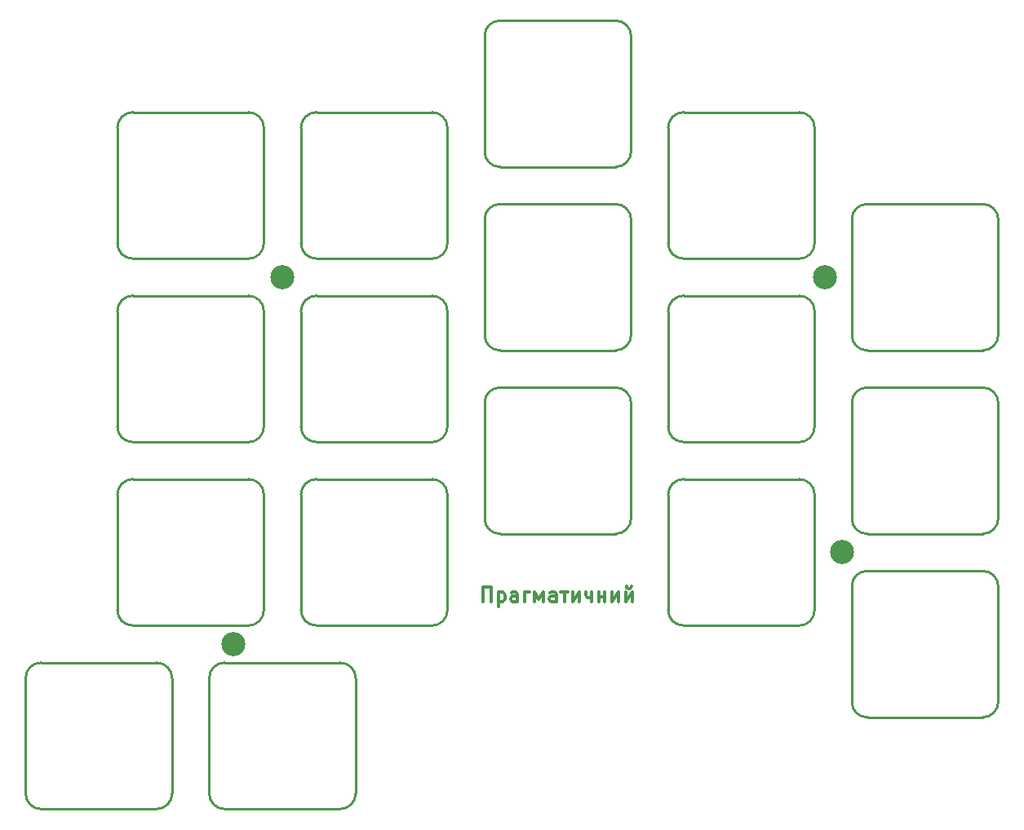
<source format=gts>
%TF.GenerationSoftware,KiCad,Pcbnew,(6.0.5-0)*%
%TF.CreationDate,2022-06-17T02:26:10+08:00*%
%TF.ProjectId,Pragmatic,50726167-6d61-4746-9963-2e6b69636164,3*%
%TF.SameCoordinates,PX49468b8PY48ab840*%
%TF.FileFunction,Soldermask,Top*%
%TF.FilePolarity,Negative*%
%FSLAX46Y46*%
G04 Gerber Fmt 4.6, Leading zero omitted, Abs format (unit mm)*
G04 Created by KiCad (PCBNEW (6.0.5-0)) date 2022-06-17 02:26:10*
%MOMM*%
%LPD*%
G01*
G04 APERTURE LIST*
%ADD10C,0.300000*%
%ADD11C,0.254000*%
%ADD12C,2.500000*%
G04 APERTURE END LIST*
D10*
X20825000Y-33698571D02*
X20825000Y-32198571D01*
X21682142Y-32198571D01*
X21682142Y-33698571D01*
X22396428Y-32698571D02*
X22396428Y-34198571D01*
X22396428Y-32770000D02*
X22539285Y-32698571D01*
X22825000Y-32698571D01*
X22967857Y-32770000D01*
X23039285Y-32841428D01*
X23110714Y-32984285D01*
X23110714Y-33412857D01*
X23039285Y-33555714D01*
X22967857Y-33627142D01*
X22825000Y-33698571D01*
X22539285Y-33698571D01*
X22396428Y-33627142D01*
X24396428Y-33698571D02*
X24396428Y-32912857D01*
X24325000Y-32770000D01*
X24182142Y-32698571D01*
X23896428Y-32698571D01*
X23753571Y-32770000D01*
X24396428Y-33627142D02*
X24253571Y-33698571D01*
X23896428Y-33698571D01*
X23753571Y-33627142D01*
X23682142Y-33484285D01*
X23682142Y-33341428D01*
X23753571Y-33198571D01*
X23896428Y-33127142D01*
X24253571Y-33127142D01*
X24396428Y-33055714D01*
X25110714Y-33698571D02*
X25110714Y-32698571D01*
X25682142Y-32698571D01*
X26182142Y-33698571D02*
X26182142Y-32698571D01*
X26610714Y-33484285D01*
X27039285Y-32698571D01*
X27039285Y-33698571D01*
X28396428Y-33698571D02*
X28396428Y-32912857D01*
X28325000Y-32770000D01*
X28182142Y-32698571D01*
X27896428Y-32698571D01*
X27753571Y-32770000D01*
X28396428Y-33627142D02*
X28253571Y-33698571D01*
X27896428Y-33698571D01*
X27753571Y-33627142D01*
X27682142Y-33484285D01*
X27682142Y-33341428D01*
X27753571Y-33198571D01*
X27896428Y-33127142D01*
X28253571Y-33127142D01*
X28396428Y-33055714D01*
X28896428Y-32698571D02*
X29610714Y-32698571D01*
X29253571Y-32698571D02*
X29253571Y-33698571D01*
X30110714Y-32698571D02*
X30110714Y-33698571D01*
X30825000Y-32698571D01*
X30825000Y-33698571D01*
X32039285Y-32698571D02*
X32039285Y-33698571D01*
X31467857Y-32698571D02*
X31467857Y-33055714D01*
X31539285Y-33198571D01*
X31682142Y-33270000D01*
X32039285Y-33270000D01*
X32825000Y-33198571D02*
X33467857Y-33198571D01*
X32825000Y-32698571D02*
X32825000Y-33698571D01*
X33467857Y-32698571D02*
X33467857Y-33698571D01*
X34182142Y-32698571D02*
X34182142Y-33698571D01*
X34896428Y-32698571D01*
X34896428Y-33698571D01*
X35610714Y-32698571D02*
X35610714Y-33698571D01*
X36325000Y-32698571D01*
X36325000Y-33698571D01*
X35682142Y-32127142D02*
X35753571Y-32270000D01*
X35896428Y-32341428D01*
X36039285Y-32341428D01*
X36182142Y-32270000D01*
X36253571Y-32127142D01*
D11*
X60675000Y7600000D02*
X72675000Y7600000D01*
X74275000Y6000000D02*
X74275000Y-6000000D01*
X60675000Y-7600000D02*
X72675000Y-7600000D01*
X59075000Y6000000D02*
X59075000Y-6000000D01*
X60675000Y7600000D02*
G75*
G03*
X59075000Y6000000I-1J-1599999D01*
G01*
X72675000Y-7600000D02*
G75*
G03*
X74275000Y-6000000I0J1600000D01*
G01*
X59075000Y-6000000D02*
G75*
G03*
X60675000Y-7600000I1599999J-1D01*
G01*
X74275000Y6000000D02*
G75*
G03*
X72675000Y7600000I-1600000J0D01*
G01*
X60675000Y-11450000D02*
X72675000Y-11450000D01*
X60675000Y-26650000D02*
X72675000Y-26650000D01*
X74275000Y-13050000D02*
X74275000Y-25050000D01*
X59075000Y-13050000D02*
X59075000Y-25050000D01*
X72675000Y-26650000D02*
G75*
G03*
X74275000Y-25050000I0J1600000D01*
G01*
X74275000Y-13050000D02*
G75*
G03*
X72675000Y-11450000I-1600000J0D01*
G01*
X59075000Y-25050000D02*
G75*
G03*
X60675000Y-26650000I1599999J-1D01*
G01*
X60675000Y-11450000D02*
G75*
G03*
X59075000Y-13050000I-1J-1599999D01*
G01*
X41625000Y-17125000D02*
X53625000Y-17125000D01*
X41625000Y-1925000D02*
X53625000Y-1925000D01*
X55225000Y-3525000D02*
X55225000Y-15525000D01*
X40025000Y-3525000D02*
X40025000Y-15525000D01*
X41625000Y-1925000D02*
G75*
G03*
X40025000Y-3525000I-1J-1599999D01*
G01*
X40025000Y-15525000D02*
G75*
G03*
X41625000Y-17125000I1599999J-1D01*
G01*
X55225000Y-3525000D02*
G75*
G03*
X53625000Y-1925000I-1600000J0D01*
G01*
X53625000Y-17125000D02*
G75*
G03*
X55225000Y-15525000I0J1600000D01*
G01*
X55225000Y15525000D02*
X55225000Y3525000D01*
X41625000Y1925000D02*
X53625000Y1925000D01*
X40025000Y15525000D02*
X40025000Y3525000D01*
X41625000Y17125000D02*
X53625000Y17125000D01*
X41625000Y17125000D02*
G75*
G03*
X40025000Y15525000I-1J-1599999D01*
G01*
X55225000Y15525000D02*
G75*
G03*
X53625000Y17125000I-1600000J0D01*
G01*
X40025000Y3525000D02*
G75*
G03*
X41625000Y1925000I1599999J-1D01*
G01*
X53625000Y1925000D02*
G75*
G03*
X55225000Y3525000I0J1600000D01*
G01*
X22575000Y11450000D02*
X34575000Y11450000D01*
X20975000Y25050000D02*
X20975000Y13050000D01*
X36175000Y25050000D02*
X36175000Y13050000D01*
X22575000Y26650000D02*
X34575000Y26650000D01*
X34575000Y11450000D02*
G75*
G03*
X36175000Y13050000I0J1600000D01*
G01*
X22575000Y26650000D02*
G75*
G03*
X20975000Y25050000I-1J-1599999D01*
G01*
X20975000Y13050000D02*
G75*
G03*
X22575000Y11450000I1599999J-1D01*
G01*
X36175000Y25050000D02*
G75*
G03*
X34575000Y26650000I-1600000J0D01*
G01*
X17125000Y15525000D02*
X17125000Y3525000D01*
X3525000Y1925000D02*
X15525000Y1925000D01*
X1925000Y15525000D02*
X1925000Y3525000D01*
X3525000Y17125000D02*
X15525000Y17125000D01*
X15525000Y1925000D02*
G75*
G03*
X17125000Y3525000I0J1600000D01*
G01*
X17125000Y15525000D02*
G75*
G03*
X15525000Y17125000I-1600000J0D01*
G01*
X3525000Y17125000D02*
G75*
G03*
X1925000Y15525000I-1J-1599999D01*
G01*
X1925000Y3525000D02*
G75*
G03*
X3525000Y1925000I1599999J-1D01*
G01*
X-17125000Y15525000D02*
X-17125000Y3525000D01*
X-15525000Y1925000D02*
X-3525000Y1925000D01*
X-15525000Y17125000D02*
X-3525000Y17125000D01*
X-1925000Y15525000D02*
X-1925000Y3525000D01*
X-17125000Y3525000D02*
G75*
G03*
X-15525000Y1925000I1599999J-1D01*
G01*
X-3525000Y1925000D02*
G75*
G03*
X-1925000Y3525000I0J1600000D01*
G01*
X-15525000Y17125000D02*
G75*
G03*
X-17125000Y15525000I-1J-1599999D01*
G01*
X-1925000Y15525000D02*
G75*
G03*
X-3525000Y17125000I-1600000J0D01*
G01*
X20975000Y6000000D02*
X20975000Y-6000000D01*
X22575000Y-7600000D02*
X34575000Y-7600000D01*
X36175000Y6000000D02*
X36175000Y-6000000D01*
X22575000Y7600000D02*
X34575000Y7600000D01*
X22575000Y7600000D02*
G75*
G03*
X20975000Y6000000I-1J-1599999D01*
G01*
X36175000Y6000000D02*
G75*
G03*
X34575000Y7600000I-1600000J0D01*
G01*
X34575000Y-7600000D02*
G75*
G03*
X36175000Y-6000000I0J1600000D01*
G01*
X20975000Y-6000000D02*
G75*
G03*
X22575000Y-7600000I1599999J-1D01*
G01*
X3525000Y-17125000D02*
X15525000Y-17125000D01*
X3525000Y-1925000D02*
X15525000Y-1925000D01*
X17125000Y-3525000D02*
X17125000Y-15525000D01*
X1925000Y-3525000D02*
X1925000Y-15525000D01*
X17125000Y-3525000D02*
G75*
G03*
X15525000Y-1925000I-1600000J0D01*
G01*
X3525000Y-1925000D02*
G75*
G03*
X1925000Y-3525000I-1J-1599999D01*
G01*
X15525000Y-17125000D02*
G75*
G03*
X17125000Y-15525000I0J1600000D01*
G01*
X1925000Y-15525000D02*
G75*
G03*
X3525000Y-17125000I1599999J-1D01*
G01*
X-15525000Y-17125000D02*
X-3525000Y-17125000D01*
X-15525000Y-1925000D02*
X-3525000Y-1925000D01*
X-1925000Y-3525000D02*
X-1925000Y-15525000D01*
X-17125000Y-3525000D02*
X-17125000Y-15525000D01*
X-3525000Y-17125000D02*
G75*
G03*
X-1925000Y-15525000I0J1600000D01*
G01*
X-1925000Y-3525000D02*
G75*
G03*
X-3525000Y-1925000I-1600000J0D01*
G01*
X-15525000Y-1925000D02*
G75*
G03*
X-17125000Y-3525000I-1J-1599999D01*
G01*
X-17125000Y-15525000D02*
G75*
G03*
X-15525000Y-17125000I1599999J-1D01*
G01*
X59075000Y-32100000D02*
X59075000Y-44100000D01*
X74275000Y-32100000D02*
X74275000Y-44100000D01*
X60675000Y-30500000D02*
X72675000Y-30500000D01*
X60675000Y-45700000D02*
X72675000Y-45700000D01*
X74275000Y-32100000D02*
G75*
G03*
X72675000Y-30500000I-1600000J0D01*
G01*
X72675000Y-45700000D02*
G75*
G03*
X74275000Y-44100000I0J1600000D01*
G01*
X59075000Y-44100000D02*
G75*
G03*
X60675000Y-45700000I1599999J-1D01*
G01*
X60675000Y-30500000D02*
G75*
G03*
X59075000Y-32100000I-1J-1599999D01*
G01*
X40025000Y-22575000D02*
X40025000Y-34575000D01*
X41625000Y-36175000D02*
X53625000Y-36175000D01*
X55225000Y-22575000D02*
X55225000Y-34575000D01*
X41625000Y-20975000D02*
X53625000Y-20975000D01*
X41625000Y-20975000D02*
G75*
G03*
X40025000Y-22575000I-1J-1599999D01*
G01*
X53625000Y-36175000D02*
G75*
G03*
X55225000Y-34575000I0J1600000D01*
G01*
X40025000Y-34575000D02*
G75*
G03*
X41625000Y-36175000I1599999J-1D01*
G01*
X55225000Y-22575000D02*
G75*
G03*
X53625000Y-20975000I-1600000J0D01*
G01*
X36175000Y-13050000D02*
X36175000Y-25050000D01*
X20975000Y-13050000D02*
X20975000Y-25050000D01*
X22575000Y-11450000D02*
X34575000Y-11450000D01*
X22575000Y-26650000D02*
X34575000Y-26650000D01*
X20975000Y-25050000D02*
G75*
G03*
X22575000Y-26650000I1599999J-1D01*
G01*
X36175000Y-13050000D02*
G75*
G03*
X34575000Y-11450000I-1600000J0D01*
G01*
X22575000Y-11450000D02*
G75*
G03*
X20975000Y-13050000I-1J-1599999D01*
G01*
X34575000Y-26650000D02*
G75*
G03*
X36175000Y-25050000I0J1600000D01*
G01*
X3525000Y-20975000D02*
X15525000Y-20975000D01*
X17125000Y-22575000D02*
X17125000Y-34575000D01*
X1925000Y-22575000D02*
X1925000Y-34575000D01*
X3525000Y-36175000D02*
X15525000Y-36175000D01*
X3525000Y-20975000D02*
G75*
G03*
X1925000Y-22575000I-1J-1599999D01*
G01*
X15525000Y-36175000D02*
G75*
G03*
X17125000Y-34575000I0J1600000D01*
G01*
X17125000Y-22575000D02*
G75*
G03*
X15525000Y-20975000I-1600000J0D01*
G01*
X1925000Y-34575000D02*
G75*
G03*
X3525000Y-36175000I1599999J-1D01*
G01*
X-1925000Y-22575000D02*
X-1925000Y-34575000D01*
X-15525000Y-36175000D02*
X-3525000Y-36175000D01*
X-15525000Y-20975000D02*
X-3525000Y-20975000D01*
X-17125000Y-22575000D02*
X-17125000Y-34575000D01*
X-17125000Y-34575000D02*
G75*
G03*
X-15525000Y-36175000I1599999J-1D01*
G01*
X-1925000Y-22575000D02*
G75*
G03*
X-3525000Y-20975000I-1600000J0D01*
G01*
X-15525000Y-20975000D02*
G75*
G03*
X-17125000Y-22575000I-1J-1599999D01*
G01*
X-3525000Y-36175000D02*
G75*
G03*
X-1925000Y-34575000I0J1600000D01*
G01*
X-6000000Y-40025000D02*
X6000000Y-40025000D01*
X-7600000Y-41625000D02*
X-7600000Y-53625000D01*
X-6000000Y-55225000D02*
X6000000Y-55225000D01*
X7600000Y-41625000D02*
X7600000Y-53625000D01*
X-7600000Y-53625000D02*
G75*
G03*
X-6000000Y-55225000I1599999J-1D01*
G01*
X-6000000Y-40025000D02*
G75*
G03*
X-7600000Y-41625000I-1J-1599999D01*
G01*
X6000000Y-55225000D02*
G75*
G03*
X7600000Y-53625000I0J1600000D01*
G01*
X7600000Y-41625000D02*
G75*
G03*
X6000000Y-40025000I-1600000J0D01*
G01*
X-25050000Y-55225000D02*
X-13050000Y-55225000D01*
X-25050000Y-40025000D02*
X-13050000Y-40025000D01*
X-26650000Y-41625000D02*
X-26650000Y-53625000D01*
X-11450000Y-41625000D02*
X-11450000Y-53625000D01*
X-11450000Y-41625000D02*
G75*
G03*
X-13050000Y-40025000I-1600000J0D01*
G01*
X-25050000Y-40025000D02*
G75*
G03*
X-26650000Y-41625000I-1J-1599999D01*
G01*
X-26650000Y-53625000D02*
G75*
G03*
X-25050000Y-55225000I1599999J-1D01*
G01*
X-13050000Y-55225000D02*
G75*
G03*
X-11450000Y-53625000I0J1600000D01*
G01*
D12*
X56261000Y0D03*
X58039000Y-28575000D03*
X0Y0D03*
X-5080000Y-38100000D03*
M02*

</source>
